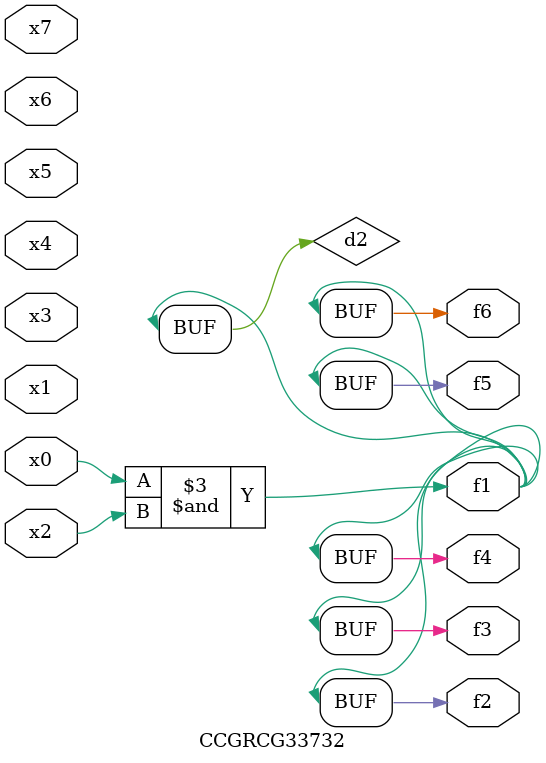
<source format=v>
module CCGRCG33732(
	input x0, x1, x2, x3, x4, x5, x6, x7,
	output f1, f2, f3, f4, f5, f6
);

	wire d1, d2;

	nor (d1, x3, x6);
	and (d2, x0, x2);
	assign f1 = d2;
	assign f2 = d2;
	assign f3 = d2;
	assign f4 = d2;
	assign f5 = d2;
	assign f6 = d2;
endmodule

</source>
